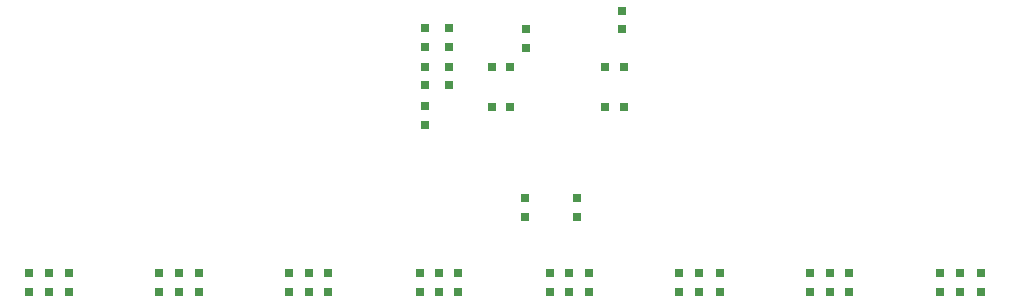
<source format=gbp>
%FSTAX23Y23*%
%MOIN*%
%SFA1B1*%

%IPPOS*%
%ADD33R,0.025000X0.030000*%
%ADD42R,0.030000X0.025000*%
%LN8Â··ÖÇøµçÔ´¹ÜÀíÆ÷pcb-1*%
%LPD*%
G54D33*
X09604Y01049D03*
X09666D03*
X09604Y00915D03*
X09666D03*
X09225D03*
X09287D03*
Y01049D03*
X09225D03*
G54D42*
X09337Y00549D03*
Y00611D03*
X09084Y00988D03*
Y0105D03*
Y01179D03*
Y01117D03*
X0966Y01175D03*
Y01237D03*
X07681Y00361D03*
Y00299D03*
X0775Y00361D03*
Y00299D03*
X07815Y00361D03*
Y00299D03*
X08115Y00361D03*
Y00299D03*
X08183Y00361D03*
Y00299D03*
X0825Y00361D03*
Y00299D03*
X0855Y00361D03*
Y00299D03*
X08615Y00361D03*
Y00299D03*
X0868Y00361D03*
Y00299D03*
X08985Y00361D03*
Y00299D03*
X0905Y00361D03*
Y00299D03*
X09114Y00361D03*
Y00299D03*
X0942Y00361D03*
Y00299D03*
X09484Y00361D03*
Y00299D03*
X0955Y00361D03*
Y00299D03*
X0985Y00361D03*
Y00299D03*
X09917Y00361D03*
Y00299D03*
X09985Y00361D03*
Y00299D03*
X10285Y00361D03*
Y00299D03*
X10351Y00361D03*
Y00299D03*
X10415Y00361D03*
Y00299D03*
X1072Y00361D03*
Y00299D03*
X10785Y00361D03*
Y00299D03*
X10855Y00361D03*
Y00299D03*
X0951Y00611D03*
Y00549D03*
X09004Y00857D03*
Y00919D03*
Y0105D03*
Y00988D03*
Y01179D03*
Y01117D03*
X09338Y01176D03*
Y01114D03*
M02*
</source>
